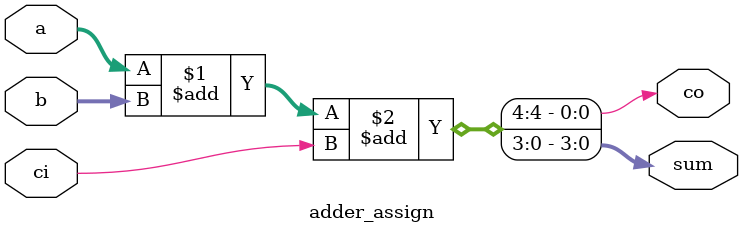
<source format=v>


module testbench;
reg [3:0] a,b;
reg ci;
wire [3:0] sum;
wire co;
reg clk;


/*
Use one adder module at a time. Comment out other 
Don't simultaneously run multiple adder modules that will give erroneous results
*/

adder_assign adder_assign(co, sum, a, b, ci);
//adder_nonb_lhs adder_non_blocking_lhs(co, sum, a, b, ci);
//adder_nonb_rhs adder_non_blocking_rhs(co, sum, a, b, ci);
//adder_b_lhs adder_blocking_lhs(co, sum, a, b, ci);
//adder_b_rhs adder_blocking_rhs(co, sum, a, b, ci);


	initial
	begin
		a = 0;
		b = 0;
		ci = 0;
	
		#15 a = 4'd10;
		#2 b = 4'd3;
		#4 a = 4'd2;
		#2 a = 4'd15;
		
		#27 $finish;
	end

	initial
	begin
		$dumpfile("wavedata.vcd");
		$dumpvars(0,testbench);
	end

endmodule



module adder_b_lhs (co, sum, a, b, ci);
	output co;
	output [3:0] sum;
	input [3:0] a, b;
	input ci;
	reg co;
	reg [3:0] sum;
 
	always @(a or b or ci)
	begin
		#12 {co, sum} = a + b + ci;
	end

endmodule

module adder_b_rhs (co, sum, a, b, ci);
	output co;
	output [3:0] sum;
	input [3:0] a, b;
	input ci;
	reg co;
	reg [3:0] sum;
 
	always @(a or b or ci)
	begin
		{co, sum} = #12 a + b + ci;
	end

endmodule

module adder_nonb_lhs (co, sum, a, b, ci);
	output co;
	output [3:0] sum;
	input [3:0] a, b;
	input ci;
	reg co;
	reg [3:0] sum;
 
	always @(a or b or ci)
	begin
		#12 {co, sum} <= a + b + ci;
	end

endmodule

module adder_nonb_rhs (co, sum, a, b, ci);
	output co;
	output [3:0] sum;
	input [3:0] a, b;
	input ci;
	reg co;
	reg [3:0] sum;
 
	always @(a or b or ci)
	begin
		{co, sum} <= #12 a + b + ci;
	end

endmodule

module adder_assign (co, sum, a, b, ci);
	output co;
	output [3:0] sum;
	input [3:0] a, b;
	input ci;
 
	assign	#12 {co, sum} = a + b + ci;
	

endmodule
</source>
